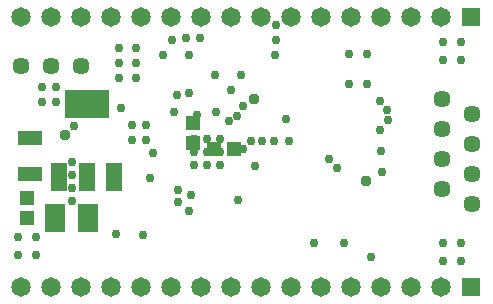
<source format=gbs>
G04 Layer_Color=16711935*
%FSLAX25Y25*%
%MOIN*%
G70*
G01*
G75*
%ADD257R,0.04922X0.04528*%
%ADD260R,0.04528X0.04922*%
%ADD264C,0.06496*%
%ADD265R,0.06496X0.06496*%
%ADD266C,0.05709*%
%ADD267C,0.00591*%
%ADD268C,0.02953*%
%ADD269C,0.03740*%
%ADD270R,0.08071X0.04528*%
%ADD271R,0.06890X0.09252*%
%ADD272R,0.05391X0.09391*%
%ADD273R,0.14764X0.09252*%
D257*
X64272Y54922D02*
D03*
Y61614D02*
D03*
X8957Y30118D02*
D03*
Y36810D02*
D03*
D260*
X71261Y53149D02*
D03*
X77953D02*
D03*
D264*
X7000Y97000D02*
D03*
X17000D02*
D03*
X27000D02*
D03*
X47000D02*
D03*
X37000D02*
D03*
X57000D02*
D03*
X67000D02*
D03*
X97000D02*
D03*
X77000D02*
D03*
X107000D02*
D03*
X117000D02*
D03*
X137000D02*
D03*
X87000D02*
D03*
X127000D02*
D03*
X147000D02*
D03*
X7000Y7000D02*
D03*
X17000D02*
D03*
X27000D02*
D03*
X47000D02*
D03*
X37000D02*
D03*
X57000D02*
D03*
X67000D02*
D03*
X97000D02*
D03*
X77000D02*
D03*
X107000D02*
D03*
X117000D02*
D03*
X137000D02*
D03*
X87000D02*
D03*
X127000D02*
D03*
X147000D02*
D03*
D265*
X157000Y97000D02*
D03*
Y7000D02*
D03*
D266*
X27000Y80709D02*
D03*
X7000D02*
D03*
X17000D02*
D03*
X147047Y59606D02*
D03*
Y39606D02*
D03*
Y69606D02*
D03*
X157047Y34606D02*
D03*
Y44606D02*
D03*
X147047Y49606D02*
D03*
X157047Y54606D02*
D03*
Y64606D02*
D03*
D267*
X149961Y29094D02*
D03*
D268*
X91535Y84350D02*
D03*
X109488Y49823D02*
D03*
X112008Y46831D02*
D03*
X96004Y55689D02*
D03*
X123500Y17000D02*
D03*
X24409Y60827D02*
D03*
X5906Y23622D02*
D03*
Y17717D02*
D03*
X11811D02*
D03*
Y23622D02*
D03*
X39370Y81693D02*
D03*
Y76772D02*
D03*
X45276D02*
D03*
Y81693D02*
D03*
Y86614D02*
D03*
X39370D02*
D03*
X76772Y72835D02*
D03*
X91831Y89370D02*
D03*
X91929Y94193D02*
D03*
X116142Y84646D02*
D03*
Y74803D02*
D03*
X122047D02*
D03*
Y84646D02*
D03*
X147638Y15748D02*
D03*
X153543D02*
D03*
Y21654D02*
D03*
X147638D02*
D03*
X153543Y82677D02*
D03*
Y88583D02*
D03*
X147638D02*
D03*
Y82677D02*
D03*
X80315Y77756D02*
D03*
X71653Y77756D02*
D03*
X54331Y84448D02*
D03*
X80888Y52941D02*
D03*
X87301Y55613D02*
D03*
X80984Y67264D02*
D03*
X78744Y64078D02*
D03*
X76181Y62303D02*
D03*
X71949Y65354D02*
D03*
X65539Y64352D02*
D03*
X95098Y62992D02*
D03*
X91200Y55613D02*
D03*
X85002Y47276D02*
D03*
X128746Y65850D02*
D03*
X62992Y32480D02*
D03*
X63484Y37603D02*
D03*
X59055Y35433D02*
D03*
Y39370D02*
D03*
X79331Y35925D02*
D03*
X18602Y68799D02*
D03*
Y73721D02*
D03*
X13681D02*
D03*
Y68799D02*
D03*
X57877Y65358D02*
D03*
X40157Y66535D02*
D03*
X34744Y67520D02*
D03*
X43701Y56102D02*
D03*
Y61024D02*
D03*
X48622D02*
D03*
Y56102D02*
D03*
X23917Y35827D02*
D03*
Y40125D02*
D03*
Y44423D02*
D03*
Y48720D02*
D03*
X104527Y21752D02*
D03*
X83403Y55613D02*
D03*
X38386Y24508D02*
D03*
X62894Y71787D02*
D03*
X58760Y71161D02*
D03*
X50790Y51774D02*
D03*
X47441Y24311D02*
D03*
X114567Y21752D02*
D03*
X50000Y43406D02*
D03*
X126531Y68854D02*
D03*
X129337Y62798D02*
D03*
X126629Y59350D02*
D03*
X126772Y52461D02*
D03*
X127165Y45374D02*
D03*
X73032Y56496D02*
D03*
X68701D02*
D03*
X64370D02*
D03*
X68701Y52165D02*
D03*
X64370D02*
D03*
Y47835D02*
D03*
X73032D02*
D03*
X68701D02*
D03*
X73032Y52165D02*
D03*
X61811Y89961D02*
D03*
X57284Y89468D02*
D03*
X62992Y84449D02*
D03*
X66535Y89862D02*
D03*
D269*
X84606Y69665D02*
D03*
X21458Y57582D02*
D03*
X121850Y42421D02*
D03*
D270*
X9843Y44783D02*
D03*
Y56595D02*
D03*
D271*
X29134Y30020D02*
D03*
X18110D02*
D03*
D272*
X19640Y43709D02*
D03*
X37840D02*
D03*
X28740D02*
D03*
D273*
Y68110D02*
D03*
M02*

</source>
